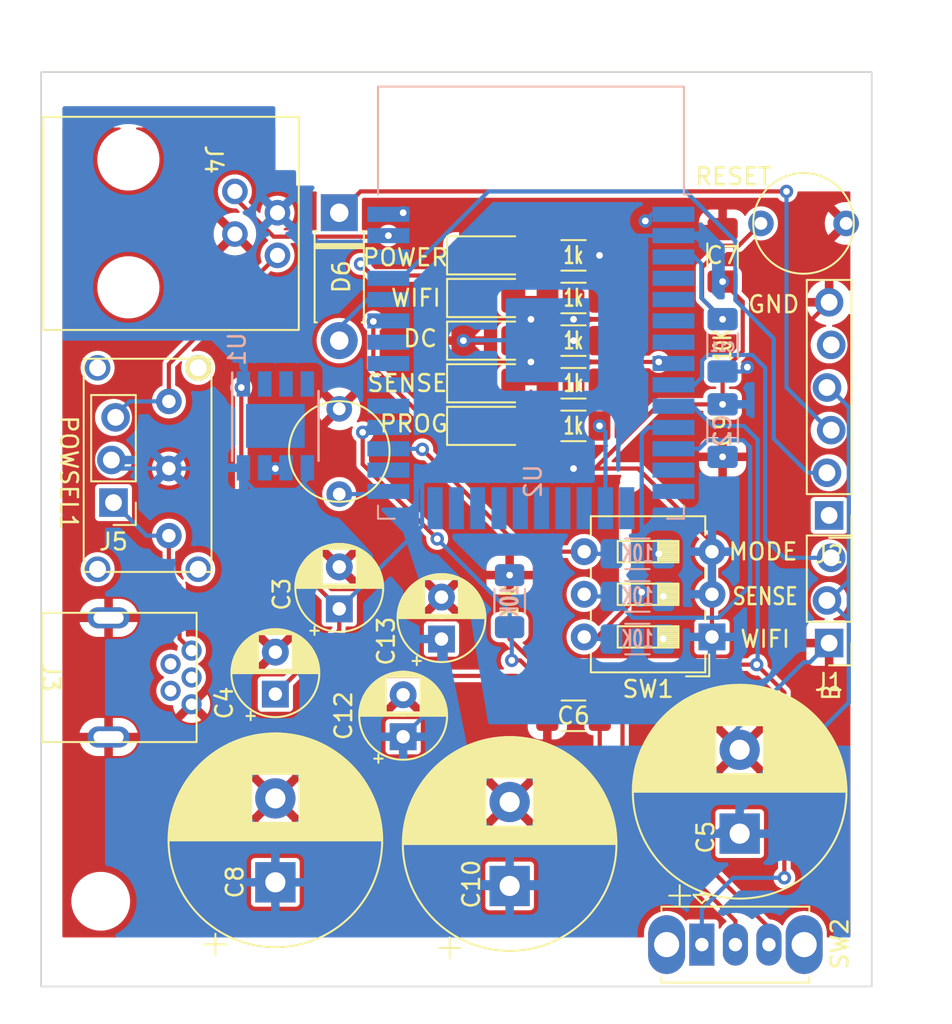
<source format=kicad_pcb>
(kicad_pcb (version 20211014) (generator pcbnew)
  (layers (0 "F.Cu" signal) (31 "B.Cu" signal) (34 "B.Paste" user) (35 "F.Paste" user) (36 "B.SilkS" user "B.Silkscreen") (37 "F.SilkS" user "F.Silkscreen") (38 "B.Mask" user) (39 "F.Mask" user) (44 "Edge.Cuts" user))
  (net 0 "")
  (net 1 "GND")
  (net 2 "Net-(D1-Pad2)")
  (net 3 "Net-(D2-Pad2)")
  (net 4 "Net-(D3-Pad2)")
  (net 5 "Net-(D4-Pad2)")
  (net 6 "Net-(D5-Pad2)")
  (net 7 "/RXD_5V")
  (net 8 "/RXD")
  (net 9 "+3.3V")
  (net 10 "/WIFI_STATUS")
  (net 11 "/DC_STATUS")
  (net 12 "/SENSE_LED")
  (net 13 "/GPIO_13")
  (net 14 "/MAN_ON")
  (net 15 "/MAN_OFF")
  (net 16 "/WIFI_E")
  (net 17 "/SENSE_E")
  (net 18 "/MODE")
  (net 19 "/RESET")
  (net 20 "VCC")
  (net 31 "/GPIO_0")
  (net 39 "/TXD")
  (net 41 "/SERVO")
  (net 44 "Net-(J3-Pad1)")
  (net 48 "/SENSE")
  (net 49 "Net-(J4-Pad4)")
  (footprint "LED_SMD:LED_1206_3216Metric_Pad1.42x1.75mm_HandSolder" (layer "F.Cu") (at 195.58 73.66)
    (fp_text reference "D4" hide)
    (fp_text value "LED")
  )
  (footprint "Resistor_SMD:R_1206_3216Metric_Pad1.30x1.75mm_HandSolder" (layer "F.Cu") (at 200.66 68.58)
    (fp_text reference "R2")
    (fp_text value "1k")
  )
  (footprint "projectLib:EG1224" (layer "F.Cu") (at 176.53 74.74 -90)
    (fp_text reference "POWSEL1")
    (fp_text value "SW_SPDT")
  )
  (footprint "Resistor_SMD:R_1206_3216Metric_Pad1.30x1.75mm_HandSolder" (layer "F.Cu") (at 200.66 66.04)
    (fp_text reference "R1")
    (fp_text value "1k")
  )
  (footprint "Resistor_SMD:R_1206_3216Metric_Pad1.30x1.75mm_HandSolder" (layer "F.Cu") (at 196.85 86.64 90)
    (fp_text reference "R7" hide)
    (fp_text value "10K")
  )
  (footprint "Button_Switch_THT:SW_Slide_1P2T_CK_OS102011MS2Q" (layer "F.Cu") (at 208.312 107.1045)
    (fp_text reference "SW2")
    (fp_text value "SW_SPDT_MSM")
  )
  (footprint "LED_SMD:LED_1206_3216Metric_Pad1.42x1.75mm_HandSolder" (layer "F.Cu") (at 195.58 66.04)
    (fp_text reference "D1" hide)
    (fp_text value "LED")
  )
  (footprint "00_Adams_footprints:PinHeader_1x03_0.1in lock" (layer "F.Cu") (at 215.9 89.139 180)
    (fp_text reference "J1")
    (fp_text value "Conn_01x03_Male")
  )
  (footprint "MountingHole:MountingHole_3mm" (layer "F.Cu") (at 215.9 58.42)
    (fp_text reference "REF**" hide)
    (fp_text value "MountingHole_3mm")
  )
  (footprint "Resistor_SMD:R_1206_3216Metric_Pad1.30x1.75mm_HandSolder" (layer "F.Cu") (at 200.66 71.12)
    (fp_text reference "R3")
    (fp_text value "1k")
  )
  (footprint "Capacitor_THT:CP_Radial_D5.0mm_P2.50mm" (layer "F.Cu") (at 190.5 94.71959 90)
    (fp_text reference "C12")
    (fp_text value "100uf")
  )
  (footprint "projectLib:pb" (layer "F.Cu") (at 186.69 77.724 90)
    (fp_text reference "PROG1" hide)
    (fp_text value "SW_Push")
  )
  (footprint "Capacitor_SMD:C_1206_3216Metric_Pad1.33x1.80mm_HandSolder" (layer "F.Cu") (at 200.66 93.472 180)
    (fp_text reference "C6")
    (fp_text value "0.1uf")
  )
  (footprint "MountingHole:MountingHole_3mm" (layer "F.Cu") (at 172.466 104.521 90)
    (fp_text reference "REF**" hide)
    (fp_text value "MountingHole_3mm")
  )
  (footprint "Capacitor_SMD:C_1206_3216Metric_Pad1.33x1.80mm_HandSolder" (layer "F.Cu") (at 209.55 76.48 -90)
    (fp_text reference "C9")
    (fp_text value "0.1uf")
  )
  (footprint "projectLib:usb" (layer "F.Cu") (at 168.984 91.186 -90)
    (fp_text reference "J3")
    (fp_text value "USB_B_Micro")
  )
  (footprint "Capacitor_THT:CP_Radial_D12.5mm_P5.00mm" (layer "F.Cu") (at 196.85 103.60959 90)
    (fp_text reference "C10")
    (fp_text value "1000uf")
  )
  (footprint "Capacitor_THT:CP_Radial_D5.0mm_P2.50mm" (layer "F.Cu") (at 182.88 92.17959 90)
    (fp_text reference "C4")
    (fp_text value "100uf")
  )
  (footprint "00_Adams_footprints:PinHeader_1x03_0.1in lock" (layer "F.Cu") (at 173.228 80.772 180)
    (fp_text reference "J5")
    (fp_text value "Conn_01x03_Male")
  )
  (footprint "Capacitor_THT:CP_Radial_D12.5mm_P5.00mm" (layer "F.Cu") (at 182.88 103.393549 90)
    (fp_text reference "C8")
    (fp_text value "1000uf")
  )
  (footprint "Resistor_SMD:R_1206_3216Metric_Pad1.30x1.75mm_HandSolder" (layer "F.Cu") (at 209.55 71.4 -90)
    (fp_text reference "R11" hide)
    (fp_text value "10K")
  )
  (footprint "Capacitor_THT:CP_Radial_D5.0mm_P2.50mm" (layer "F.Cu") (at 186.69 87.09959 90)
    (fp_text reference "C3")
    (fp_text value "100uf")
  )
  (footprint "00_Adams_footprints:PinHeader_1x06, .1in Lock" (layer "F.Cu") (at 215.9 81.534 180)
    (fp_text reference "J2")
    (fp_text value "Conn_01x06_Male")
  )
  (footprint "Capacitor_THT:CP_Radial_D5.0mm_P2.50mm" (layer "F.Cu") (at 192.786 88.9 90)
    (fp_text reference "C13")
    (fp_text value "100uf")
  )
  (footprint "LED_SMD:LED_1206_3216Metric_Pad1.42x1.75mm_HandSolder" (layer "F.Cu") (at 195.58 76.2)
    (fp_text reference "D5" hide)
    (fp_text value "LED")
  )
  (footprint "Button_Switch_THT:SW_DIP_SPSTx03_Slide_6.7x9.18mm_W7.62mm_P2.54mm_LowProfile" (layer "F.Cu") (at 208.915 88.773 180)
    (fp_text reference "SW1")
    (fp_text value "SW_DIP_x03")
  )
  (footprint "Capacitor_SMD:C_1206_3216Metric_Pad1.33x1.80mm_HandSolder" (layer "F.Cu") (at 209.55 66.04 90)
    (fp_text reference "C7")
    (fp_text value "0.1uf" hide)
  )
  (footprint "projectLib:pb" (layer "F.Cu") (at 214.376 64.135)
    (fp_text reference "RST1" hide)
    (fp_text value "SW_Push")
  )
  (footprint "Diode_THT:D_DO-41_SOD81_P7.62mm_Horizontal" (layer "F.Cu") (at 186.69 63.5 -90)
    (fp_text reference "D6")
    (fp_text value "D")
  )
  (footprint "Resistor_SMD:R_1206_3216Metric_Pad1.30x1.75mm_HandSolder" (layer "F.Cu") (at 200.66 73.66)
    (fp_text reference "R4")
    (fp_text value "1k")
  )
  (footprint "Capacitor_THT:CP_Radial_D12.5mm_P5.00mm" (layer "F.Cu") (at 210.566 100.494959 90)
    (fp_text reference "C5")
    (fp_text value "1000uf")
  )
  (footprint "LED_SMD:LED_1206_3216Metric_Pad1.42x1.75mm_HandSolder" (layer "F.Cu") (at 195.58 68.58)
    (fp_text reference "D2" hide)
    (fp_text value "LED")
  )
  (footprint "projectLib:modjack" (layer "F.Cu") (at 174.117 60.325 -90)
    (fp_text reference "J4")
    (fp_text value "RJ9")
  )
  (footprint "LED_SMD:LED_1206_3216Metric_Pad1.42x1.75mm_HandSolder" (layer "F.Cu") (at 195.58 71.12)
    (fp_text reference "D3" hide)
    (fp_text value "LED")
  )
  (footprint "Resistor_SMD:R_1206_3216Metric_Pad1.30x1.75mm_HandSolder" (layer "F.Cu") (at 200.66 76.2)
    (fp_text reference "R5")
    (fp_text value "1k")
  )
  (footprint "Resistor_SMD:R_1206_3216Metric_Pad1.30x1.75mm_HandSolder" (layer "B.Cu") (at 196.85 86.64 90)
    (fp_text reference "R6" hide)
    (fp_text value "10K")
  )
  (footprint "Capacitor_SMD:C_1206_3216Metric_Pad1.33x1.80mm_HandSolder" (layer "B.Cu") (at 209.55 71.4 90)
    (fp_text reference "C11")
    (fp_text value "1uf")
  )
  (footprint "Package_SO:Diodes_SO-8EP" (layer "B.Cu") (at 182.88 76.2 -90)
    (fp_text reference "U1")
    (fp_text value "AP2112M-3.3")
  )
  (footprint "00_Adams_footprints:ESP32-WROOM-32" (layer "B.Cu") (at 198.12 71.85 180)
    (fp_text reference "U2")
    (fp_text value "ESP32-WROOM-32D")
  )
  (footprint "Resistor_SMD:R_1206_3216Metric_Pad1.30x1.75mm_HandSolder" (layer "B.Cu") (at 204.47 88.9)
    (fp_text reference "R8")
    (fp_text value "10K")
  )
  (footprint "Resistor_SMD:R_1206_3216Metric_Pad1.30x1.75mm_HandSolder" (layer "B.Cu") (at 204.47 83.82)
    (fp_text reference "R10" hide)
    (fp_text value "10K")
  )
  (footprint "Resistor_SMD:R_1206_3216Metric_Pad1.30x1.75mm_HandSolder" (layer "B.Cu") (at 204.47 86.36)
    (fp_text reference "R9" hide)
    (fp_text value "10K")
  )
  (footprint "Capacitor_SMD:C_1206_3216Metric_Pad1.33x1.80mm_HandSolder" (layer "B.Cu") (at 209.55 76.48 -90)
    (fp_text reference "C2")
    (fp_text value "0.1uf")
  )
  (gr_rect (start 168.91 55.118) (end 218.44 109.601) (layer "Edge.Cuts") (width 0.1) (fill none))
  (gr_text "SENSE" (at 190.754 73.66) (layer "F.SilkS") (effects (font (size 1 1))))
  (gr_text "MODE" (at 211.963 83.693) (layer "F.SilkS") (effects (font (size 1 1))))
  (gr_text "POWER" (at 190.627 66.167) (layer "F.SilkS") (effects (font (size 1 1))))
  (gr_text "B" (at 216.027 92.075 90) (layer "F.SilkS") (effects (font (size 1 1))))
  (gr_text "DC" (at 191.516 70.993) (layer "F.SilkS") (effects (font (size 1 1))))
  (gr_text "PROG" (at 191.135 76.073) (layer "F.SilkS") (effects (font (size 1 1))))
  (gr_text "RESET" (at 210.185 61.341) (layer "F.SilkS") (effects (font (size 1 1))))
  (gr_text "WIFI" (at 212.09 88.9) (layer "F.SilkS") (effects (font (size 1 1))))
  (gr_text "GND" (at 212.598 68.961) (layer "F.SilkS") (effects (font (size 1 1))))
  (gr_text "WIFI" (at 191.262 68.58) (layer "F.SilkS") (effects (font (size 1 1))))
  (gr_text "SENSE" (at 212.09 86.36) (layer "F.SilkS") (effects (font (size 1 0.8128))))
  (segment (start 194.0925 71.12) (end 194.31 71.12) (width 0.25) (layer "F.Cu") (net 1))
  (segment (start 205.715 63.215) (end 204.94 63.99) (width 0.25) (layer "F.Cu") (net 1))
  (segment (start 205.74 86.36) (end 206.02 86.36) (width 0.25) (layer "F.Cu") (net 1))
  (segment (start 194.31 71.12) (end 195.58 69.85) (width 0.25) (layer "F.Cu") (net 1))
  (segment (start 205.74 83.82) (end 205.74 86.36) (width 0.25) (layer "F.Cu") (net 1))
  (segment (start 206.02 86.36) (end 206.02 88.865402) (width 0.25) (layer "F.Cu") (net 1))
  (segment (start 194.31 71.12) (end 195.58 72.39) (width 0.25) (layer "F.Cu") (net 1))
  (segment (start 208.2875 63.215) (end 205.715 63.215) (width 0.25) (layer "F.Cu") (net 1))
  (segment (start 195.58 69.85) (end 198.12 69.85) (width 0.25) (layer "F.Cu") (net 1))
  (segment (start 209.55 64.4775) (end 208.2875 63.215) (width 0.25) (layer "F.Cu") (net 1))
  (segment (start 198.12 69.85) (end 200.66 69.85) (width 0.25) (layer "F.Cu") (net 1))
  (segment (start 206.02 88.865402) (end 206.002701 88.882701) (width 0.25) (layer "F.Cu") (net 1))
  (segment (start 190.5 63.5) (end 193.04 66.04) (width 0.25) (layer "F.Cu") (net 1))
  (segment (start 193.04 66.04) (end 194.0925 66.04) (width 0.25) (layer "F.Cu") (net 1))
  (segment (start 195.58 72.39) (end 198.12 72.39) (width 0.25) (layer "F.Cu") (net 1))
  (segment (start 212.0345 72.6995) (end 215.9 68.834) (width 0.25) (layer "F.Cu") (net 1))
  (segment (start 211.0245 72.6995) (end 212.0345 72.6995) (width 0.25) (layer "F.Cu") (net 1))
  (via (at 198.12 69.85) (size 0.8) (drill 0.4) (layers "F.Cu" "B.Cu") (net 1))
  (via (at 206.002701 88.882701) (size 0.8) (drill 0.4) (layers "F.Cu" "B.Cu") (net 1))
  (via (at 200.66 71.12) (size 0.8) (drill 0.4) (layers "F.Cu" "B.Cu") (net 1))
  (via (at 209.55 78.0425) (size 0.8) (drill 0.4) (layers "F.Cu" "B.Cu") (net 1))
  (via (at 206.02 86.36) (size 0.8) (drill 0.4) (layers "F.Cu" "B.Cu") (net 1))
  (via (at 200.66 69.85) (size 0.8) (drill 0.4) (layers "F.Cu" "B.Cu") (net 1))
  (via (at 198.12 72.39) (size 0.8) (drill 0.4) (layers "F.Cu" "B.Cu") (net 1))
  (via (at 205.74 83.82) (size 0.8) (drill 0.4) (layers "F.Cu" "B.Cu") (net 1))
  (via (at 211.0245 72.6995) (size 0.8) (drill 0.4) (layers "F.Cu" "B.Cu") (net 1))
  (via (at 190.5 63.5) (size 0.8) (drill 0.4) (layers "F.Cu" "B.Cu") (net 1))
  (via (at 182.88 78.74) (size 0.8) (drill 0.4) (layers "F.Cu" "B.Cu") (net 1))
  (via (at 194.0925 71.12) (size 0.8) (drill 0.4) (layers "F.Cu" "B.Cu") (net 1))
  (via (at 204.94 63.99) (size 0.8) (drill 0.4) (layers "F.Cu" "B.Cu") (net 1))
  (via (at 196.85 85.09) (size 0.8) (drill 0.4) (layers "F.Cu" "B.Cu") (net 1))
  (segment (start 194.335 71.095) (end 194.31 71.12) (width 0.25) (layer "B.Cu") (net 1))
  (segment (start 190.405 63.595) (end 190.5 63.5) (width 0.25) (layer "B.Cu") (net 1))
  (segment (start 199.12 71.095) (end 194.335 71.095) (width 0.25) (layer "B.Cu") (net 1))
  (segment (start 210.7615 72.9625) (end 211.0245 72.6995) (width 0.25) (layer "B.Cu") (net 1))
  (segment (start 210.058 94.605959) (end 214.381959 90.282) (width 0.25) (layer "B.Cu") (net 1))
  (segment (start 182.88 78.74) (end 183.4725 78.74) (width 0.25) (layer "B.Cu") (net 1))
  (segment (start 182.88 78.74) (end 182.2875 78.74) (width 0.25) (layer "B.Cu") (net 1))
  (segment (start 206.62 63.595) (end 205.335 63.595) (width 0.25) (layer "B.Cu") (net 1))
  (segment (start 194.31 71.12) (end 194.0925 71.12) (width 0.25) (layer "B.Cu") (net 1))
  (segment (start 209.55 72.9625) (end 210.7615 72.9625) (width 0.25) (layer "B.Cu") (net 1))
  (segment (start 214.757 90.282) (end 215.9 89.139) (width 0.25) (layer "B.Cu") (net 1))
  (segment (start 183.4725 78.74) (end 183.515 78.6975) (width 0.25) (layer "B.Cu") (net 1))
  (segment (start 205.335 63.595) (end 204.94 63.99) (width 0.25) (layer "B.Cu") (net 1))
  (segment (start 182.2875 78.74) (end 182.245 78.6975) (width 0.25) (layer "B.Cu") (net 1))
  (segment (start 206.02 83.82) (end 205.74 83.82) (width 0.25) (layer "B.Cu") (net 1))
  (segment (start 214.381959 90.282) (end 214.757 90.282) (width 0.25) (layer "B.Cu") (net 1))
  (segment (start 189.62 63.595) (end 190.405 63.595) (width 0.25) (layer "B.Cu") (net 1))
  (segment (start 197.0675 66.04) (end 199.11 66.04) (width 0.25) (layer "F.Cu") (net 2))
  (segment (start 197.0675 68.58) (end 199.11 68.58) (width 0.25) (layer "F.Cu") (net 3))
  (segment (start 197.0675 71.12) (end 199.11 71.12) (width 0.25) (layer "F.Cu") (net 4))
  (segment (start 199.11 73.66) (end 197.0675 73.66) (width 0.25) (layer "F.Cu") (net 5))
  (segment (start 199.11 76.2) (end 197.0675 76.2) (width 0.25) (layer "F.Cu") (net 6))
  (segment (start 186.69 63.5) (end 187.96 62.23) (width 0.25) (layer "F.Cu") (net 7))
  (segment (start 187.96 62.23) (end 213.36 62.23) (width 0.25) (layer "F.Cu") (net 7))
  (via (at 213.36 62.23) (size 0.8) (drill 0.4) (layers "F.Cu" "B.Cu") (net 7))
  (segment (start 213.36 62.23) (end 213.36 73.914) (width 0.25) (layer "B.Cu") (net 7))
  (segment (start 213.36 73.914) (end 215.9 76.454) (width 0.25) (layer "B.Cu") (net 7))
  (segment (start 186.69 70.355) (end 186.69 71.12) (width 0.25) (layer "B.Cu") (net 8))
  (segment (start 188.37 68.675) (end 186.69 70.355) (width 0.25) (layer "B.Cu") (net 8))
  (segment (start 189.62 68.675) (end 188.37 68.675) (width 0.25) (layer "B.Cu") (net 8))
  (segment (start 186.34459 91.09459) (end 197.26659 91.09459) (width 0.25) (layer "F.Cu") (net 9))
  (segment (start 209.55 72.95) (end 209.55 74.9175) (width 0.25) (layer "F.Cu") (net 9))
  (segment (start 208.915 83.15) (end 208.915 83.82) (width 0.25) (layer "F.Cu") (net 9))
  (segment (start 201.93 78.74) (end 205.7525 74.9175) (width 0.25) (layer "F.Cu") (net 9))
  (segment (start 186.69 88.36959) (end 185.154795 89.904795) (width 0.25) (layer "F.Cu") (net 9))
  (segment (start 200.66 78.74) (end 201.93 78.74) (width 0.25) (layer "F.Cu") (net 9))
  (segment (start 186.69 87.09959) (end 186.69 88.36959) (width 0.25) (layer "F.Cu") (net 9))
  (segment (start 210.312 105.6925) (end 210.312 106.3425) (width 0.25) (layer "F.Cu") (net 9))
  (segment (start 202.2225 92.71) (end 202.2225 97.603) (width 0.25) (layer "F.Cu") (net 9))
  (segment (start 185.154795 89.904795) (end 182.88 92.17959) (width 0.25) (layer "F.Cu") (net 9))
  (segment (start 210.75 68.8025) (end 210.75 71.75) (width 0.25) (layer "F.Cu") (net 9))
  (segment (start 200.6985 91.948) (end 202.2225 93.472) (width 0.25) (layer "F.Cu") (net 9))
  (segment (start 205.7525 74.9175) (end 209.55 74.9175) (width 0.25) (layer "F.Cu") (net 9))
  (segment (start 200.66 78.74) (end 204.505 78.74) (width 0.25) (layer "F.Cu") (net 9))
  (segment (start 197.26659 91.09459) (end 198.12 91.948) (width 0.25) (layer "F.Cu") (net 9))
  (segment (start 180.848 73.914) (end 180.848 81.25759) (width 0.25) (layer "F.Cu") (net 9))
  (segment (start 204.505 78.74) (end 208.915 83.15) (width 0.25) (layer "F.Cu") (net 9))
  (segment (start 186.34459 91.09459) (end 185.154795 89.904795) (width 0.25) (layer "F.Cu") (net 9))
  (segment (start 208.915 83.82) (end 208.915 86.36) (width 0.25) (layer "F.Cu") (net 9))
  (segment (start 209.55 67.6025) (end 210.75 68.8025) (width 0.25) (layer "F.Cu") (net 9))
  (segment (start 208.915 86.36) (end 208.915 88.9) (width 0.25) (layer "F.Cu") (net 9))
  (segment (start 210.75 71.75) (end 209.55 72.95) (width 0.25) (layer "F.Cu") (net 9))
  (segment (start 198.12 91.948) (end 200.6985 91.948) (width 0.25) (layer "F.Cu") (net 9))
  (segment (start 202.2225 97.603) (end 210.312 105.6925) (width 0.25) (layer "F.Cu") (net 9))
  (segment (start 180.848 81.25759) (end 186.69 87.09959) (width 0.25) (layer "F.Cu") (net 9))
  (via (at 200.66 78.74) (size 0.8) (drill 0.4) (layers "F.Cu" "B.Cu") (net 9))
  (via (at 209.55 67.6025) (size 0.8) (drill 0.4) (layers "F.Cu" "B.Cu") (net 9))
  (via (at 209.55 74.9175) (size 0.8) (drill 0.4) (layers "F.Cu" "B.Cu") (net 9))
  (via (at 180.848 73.914) (size 0.8) (drill 0.4) (layers "F.Cu" "B.Cu") (net 9))
  (via (at 202.21 66.04) (size 0.8) (drill 0.4) (layers "F.Cu" "B.Cu") (net 9))
  (segment (start 191.77 78.74) (end 200.66 78.74) (width 0.25) (layer "B.Cu") (net 9))
  (segment (start 206.62 64.865) (end 203.105 64.865) (width 0.25) (layer "B.Cu") (net 9))
  (segment (start 180.975 73.787) (end 180.848 73.914) (width 0.25) (layer "B.Cu") (net 9))
  (segment (start 191.63 78.88) (end 191.77 78.74) (width 0.25) (layer "B.Cu") (net 9))
  (segment (start 206.62 64.865) (end 207.87 64.865) (width 0.25) (layer "B.Cu") (net 9))
  (segment (start 191.63 82.15959) (end 191.63 78.88) (width 0.25) (layer "B.Cu") (net 9))
  (segment (start 180.975 73.7025) (end 180.975 73.787) (width 0.25) (layer "B.Cu") (net 9))
  (segment (start 203.105 64.865) (end 201.93 66.04) (width 0.25) (layer "B.Cu") (net 9))
  (segment (start 207.87 64.865) (end 209.55 66.545) (width 0.25) (layer "B.Cu") (net 9))
  (segment (start 209.55 66.545) (end 209.55 67.6025) (width 0.25) (layer "B.Cu") (net 9))
  (segment (start 201.93 66.04) (end 202.21 66.04) (width 0.25) (layer "B.Cu") (net 9))
  (segment (start 186.69 87.09959) (end 191.63 82.15959) (width 0.25) (layer "B.Cu") (net 9))
  (segment (start 187.96 66.548) (end 188.652 67.24) (width 0.25) (layer "F.Cu") (net 10))
  (segment (start 188.652 67.24) (end 200.87 67.24) (width 0.25) (layer "F.Cu") (net 10))
  (segment (start 200.87 67.24) (end 202.21 68.58) (width 0.25) (layer "F.Cu") (net 10))
  (via (at 187.96 66.548) (size 0.8) (drill 0.4) (layers "F.Cu" "B.Cu") (net 10))
  (segment (start 189.62 66.135) (end 188.373 66.135) (width 0.25) (layer "B.Cu") (net 10))
  (segment (start 188.087 66.421) (end 187.96 66.548) (width 0.25) (layer "B.Cu") (net 10))
  (segment (start 188.373 66.135) (end 188.087 66.421) (width 0.25) (layer "B.Cu") (net 10))
  (segment (start 188.722 69.977) (end 188.722 72.730172) (width 0.25) (layer "F.Cu") (net 11))
  (segment (start 200.787 72.543) (end 202.21 71.12) (width 0.25) (layer "F.Cu") (net 11))
  (segment (start 200.787 76.708) (end 200.787 72.543) (width 0.25) (layer "F.Cu") (net 11))
  (segment (start 188.722 72.730172) (end 193.588828 77.597) (width 0.25) (layer "F.Cu") (net 11))
  (segment (start 199.898 77.597) (end 200.787 76.708) (width 0.25) (layer "F.Cu") (net 11))
  (segment (start 193.588828 77.597) (end 199.898 77.597) (width 0.25) (layer "F.Cu") (net 11))
  (via (at 188.722 69.977) (size 0.8) (drill 0.4) (layers "F.Cu" "B.Cu") (net 11))
  (segment (start 189.62 69.945) (end 188.754 69.945) (width 0.25) (layer "B.Cu") (net 11))
  (segment (start 188.754 69.945) (end 188.722 69.977) (width 0.25) (layer "B.Cu") (net 11))
  (segment (start 203.2 72.39) (end 202.21 73.38) (width 0.25) (layer "F.Cu") (net 12))
  (segment (start 202.21 73.38) (end 202.21 73.66) (width 0.25) (layer "F.Cu") (net 12))
  (segment (start 205.74 72.39) (end 203.2 72.39) (width 0.25) (layer "F.Cu") (net 12))
  (via (at 205.74 72.39) (size 0.8) (drill 0.4) (layers "F.Cu" "B.Cu") (net 12))
  (segment (start 205.835 72.485) (end 205.74 72.39) (width 0.25) (layer "B.Cu") (net 12))
  (segment (start 206.62 72.485) (end 205.835 72.485) (width 0.25) (layer "B.Cu") (net 12))
  (via (at 202.21 76.2) (size 0.8) (drill 0.4) (layers "F.Cu" "B.Cu") (net 13))
  (segment (start 202.565 81.105) (end 202.565 76.555) (width 0.25) (layer "B.Cu") (net 13))
  (segment (start 202.565 76.555) (end 202.21 76.2) (width 0.25) (layer "B.Cu") (net 13))
  (segment (start 188.087 78.486) (end 192.532 82.931) (width 0.25) (layer "F.Cu") (net 14))
  (segment (start 212.312 106.5965) (end 212.312 106.0965) (width 0.25) (layer "F.Cu") (net 14))
  (segment (start 203.581 92.71) (end 202.184 91.313) (width 0.25) (layer "F.Cu") (net 14))
  (segment (start 198.626604 91.313) (end 197.483604 90.17) (width 0.25) (layer "F.Cu") (net 14))
  (segment (start 203.581 97.3655) (end 203.581 92.71) (width 0.25) (layer "F.Cu") (net 14))
  (segment (start 202.184 91.313) (end 198.626604 91.313) (width 0.25) (layer "F.Cu") (net 14))
  (segment (start 197.483604 90.17) (end 196.977 90.17) (width 0.25) (layer "F.Cu") (net 14))
  (segment (start 188.087 76.581) (end 188.087 78.486) (width 0.25) (layer "F.Cu") (net 14))
  (segment (start 212.312 106.0965) (end 203.581 97.3655) (width 0.25) (layer "F.Cu") (net 14))
  (segment (start 212.312 106.3425) (end 212.312 107.347) (width 0.25) (layer "F.Cu") (net 14))
  (via (at 192.532 82.931) (size 0.8) (drill 0.4) (layers "F.Cu" "B.Cu") (net 14))
  (via (at 196.977 90.17) (size 0.8) (drill 0.4) (layers "F.Cu" "B.Cu") (net 14))
  (via (at 188.087 76.581) (size 0.8) (drill 0.4) (layers "F.Cu" "B.Cu") (net 14))
  (segment (start 188.373 76.295) (end 188.087 76.581) (width 0.25) (layer "B.Cu") (net 14))
  (segment (start 196.85 87.249) (end 196.85 88.19) (width 0.25) (layer "B.Cu") (net 14))
  (segment (start 192.532 82.931) (end 196.85 87.249) (width 0.25) (layer "B.Cu") (net 14))
  (segment (start 189.62 76.295) (end 188.373 76.295) (width 0.25) (layer "B.Cu") (net 14))
  (segment (start 196.977 88.317) (end 196.85 88.19) (width 0.25) (layer "B.Cu") (net 14))
  (segment (start 196.977 90.17) (end 196.977 88.317) (width 0.25) (layer "B.Cu") (net 14))
  (segment (start 198.374 90.424) (end 211.582 90.424) (width 0.25) (layer "F.Cu") (net 15))
  (segment (start 211.582 90.424) (end 213.233 92.075) (width 0.25) (layer "F.Cu") (net 15))
  (segment (start 196.85 88.19) (end 196.85 88.9) (width 0.25) (layer "F.Cu") (net 15))
  (segment (start 213.233 92.075) (end 213.233 103.124) (width 0.25) (layer "F.Cu") (net 15))
  (segment (start 196.85 88.9) (end 198.374 90.424) (width 0.25) (layer "F.Cu") (net 15))
  (via (at 213.233 103.124) (size 0.8) (drill 0.4) (layers "F.Cu" "B.Cu") (net 15))
  (via (at 211.582 90.424) (size 0.8) (drill 0.4) (layers "F.Cu" "B.Cu") (net 15))
  (segment (start 210.82 76.2) (end 211.64 77.02) (width 0.25) (layer "B.Cu") (net 15))
  (segment (start 213.233 103.124) (end 210.185 103.124) (width 0.25) (layer "B.Cu") (net 15))
  (segment (start 208.312 104.997) (end 208.312 106.3425) (width 0.25) (layer "B.Cu") (net 15))
  (segment (start 211.64 90.366) (end 211.582 90.424) (width 0.25) (layer "B.Cu") (net 15))
  (segment (start 208.956827 76.2) (end 210.82 76.2) (width 0.25) (layer "B.Cu") (net 15))
  (segment (start 211.64 77.02) (end 211.64 90.366) (width 0.25) (layer "B.Cu") (net 15))
  (segment (start 206.62 75.025) (end 207.781827 75.025) (width 0.25) (layer "B.Cu") (net 15))
  (segment (start 207.781827 75.025) (end 208.956827 76.2) (width 0.25) (layer "B.Cu") (net 15))
  (segment (start 210.185 103.124) (end 208.312 104.997) (width 0.25) (layer "B.Cu") (net 15))
  (segment (start 203.745 87.085) (end 204.724 86.106) (width 0.25) (layer "F.Cu") (net 16))
  (segment (start 203.745 87.09) (end 201.95 88.885) (width 0.25) (layer "F.Cu") (net 16))
  (segment (start 203.745 87.09) (end 203.745 87.085) (width 0.25) (layer "F.Cu") (net 16))
  (via (at 204.724 86.106) (size 0.8) (drill 0.4) (layers "F.Cu" "B.Cu") (net 16))
  (segment (start 204.724 76.691) (end 204.724 86.106) (width 0.25) (layer "B.Cu") (net 16))
  (segment (start 202.92 88.9) (end 201.295 88.9) (width 0.25) (layer "B.Cu") (net 16))
  (segment (start 205.12 76.295) (end 204.724 76.691) (width 0.25) (layer "B.Cu") (net 16))
  (segment (start 206.62 76.295) (end 205.12 76.295) (width 0.25) (layer "B.Cu") (net 16))
  (segment (start 211.19 77.47) (end 210.775 77.055) (width 0.25) (layer "B.Cu") (net 17))
  (segment (start 208.151827 77.565) (end 206.62 77.565) (width 0.25) (layer "B.Cu") (net 17))
  (segment (start 202.92 86.36) (end 204.19 87.63) (width 0.25) (layer "B.Cu") (net 17))
  (segment (start 211.19 85.736) (end 211.19 77.47) (width 0.25) (layer "B.Cu") (net 17))
  (segment (start 204.19 87.63) (end 209.296 87.63) (width 0.25) (layer "B.Cu") (net 17))
  (segment (start 202.92 86.36) (end 201.295 86.36) (width 0.25) (layer "B.Cu") (net 17))
  (segment (start 210.775 77.055) (end 208.661827 77.055) (width 0.25) (layer "B.Cu") (net 17))
  (segment (start 208.661827 77.055) (end 208.151827 77.565) (width 0.25) (layer "B.Cu") (net 17))
  (segment (start 209.296 87.63) (end 211.19 85.736) (width 0.25) (layer "B.Cu") (net 17))
  (segment (start 201.295 83.693) (end 197.739 83.693) (width 0.25) (layer "F.Cu") (net 18))
  (segment (start 197.739 83.693) (end 191.643 77.597) (width 0.25) (layer "F.Cu") (net 18))
  (via (at 191.643 77.597) (size 0.8) (drill 0.4) (layers "F.Cu" "B.Cu") (net 18))
  (segment (start 191.611 77.565) (end 191.643 77.597) (width 0.25) (layer "B.Cu") (net 18))
  (segment (start 189.62 77.565) (end 191.611 77.565) (width 0.25) (layer "B.Cu") (net 18))
  (segment (start 202.92 83.82) (end 201.295 83.82) (width 0.25) (layer "B.Cu") (net 18))
  (segment (start 208.325 66.757) (end 209.617 65.465) (width 0.25) (layer "F.Cu") (net 19))
  (segment (start 209.617 65.465) (end 210.506 65.465) (width 0.25) (layer "F.Cu") (net 19))
  (segment (start 210.506 65.465) (end 211.836 64.135) (width 0.25) (layer "F.Cu") (net 19))
  (segment (start 209.55 69.85) (end 208.325 68.625) (width 0.25) (layer "F.Cu") (net 19))
  (segment (start 208.325 68.625) (end 208.325 66.757) (width 0.25) (layer "F.Cu") (net 19))
  (via (at 209.55 69.85) (size 0.8) (drill 0.4) (layers "F.Cu" "B.Cu") (net 19))
  (segment (start 208.28 68.5675) (end 209.55 69.8375) (width 0.25) (layer "B.Cu") (net 19))
  (segment (start 206.62 66.135) (end 207.87 66.135) (width 0.25) (layer "B.Cu") (net 19))
  (segment (start 208.28 66.545) (end 208.28 68.5675) (width 0.25) (layer "B.Cu") (net 19))
  (segment (start 209.55 69.8375) (end 209.55 69.85) (width 0.25) (layer "B.Cu") (net 19))
  (segment (start 207.87 66.135) (end 208.28 66.545) (width 0.25) (layer "B.Cu") (net 19))
  (segment (start 190.5 94.71959) (end 190.5 102.87) (width 0.25) (layer "B.Cu") (net 20))
  (segment (start 217.075 87.774) (end 215.9 86.599) (width 0.25) (layer "B.Cu") (net 20))
  (segment (start 215.9 86.599) (end 217.075 85.424) (width 0.25) (layer "B.Cu") (net 20))
  (segment (start 182.88 103.393549) (end 189.753549 103.393549) (width 0.25) (layer "B.Cu") (net 20))
  (segment (start 196.633959 103.393549) (end 196.85 103.60959) (width 0.25) (layer "B.Cu") (net 20))
  (segment (start 196.85 103.60959) (end 197.066041 103.393549) (width 0.25) (layer "B.Cu") (net 20))
  (segment (start 210.147041 99.605959) (end 217.075 92.678) (width 0.25) (layer "B.Cu") (net 20))
  (segment (start 206.27041 103.393549) (end 210.058 99.605959) (width 0.25) (layer "B.Cu") (net 20))
  (segment (start 217.075 75.089) (end 215.9 73.914) (width 0.25) (layer "B.Cu") (net 20))
  (segment (start 217.075 85.424) (end 217.075 85.376) (width 0.25) (layer "B.Cu") (net 20))
  (segment (start 189.976451 103.393549) (end 189.753549 103.393549) (width 0.25) (layer "B.Cu") (net 20))
  (segment (start 190.5 102.87) (end 189.976451 103.393549) (width 0.25) (layer "B.Cu") (net 20))
  (segment (start 197.066041 103.393549) (end 206.27041 103.393549) (width 0.25) (layer "B.Cu") (net 20))
  (segment (start 180.975 78.6975) (end 180.975 79.375) (width 0.25) (layer "B.Cu") (net 20))
  (segment (start 189.753549 103.393549) (end 191.023549 103.393549) (width 0.25) (layer "B.Cu") (net 20))
  (segment (start 176.53 78.74) (end 173.736 78.74) (width 0.25) (layer "B.Cu") (net 20))
  (segment (start 180.9325 78.74) (end 180.975 78.6975) (width 0.25) (layer "B.Cu") (net 20))
  (segment (start 180.975 79.375) (end 181.61 80.01) (width 0.25) (layer "B.Cu") (net 20))
  (segment (start 191.023549 103.393549) (end 196.633959 103.393549) (width 0.25) (layer "B.Cu") (net 20))
  (segment (start 210.058 99.605959) (end 210.147041 99.605959) (width 0.25) (layer "B.Cu") (net 20))
  (segment (start 190.5 102.87) (end 191.023549 103.393549) (width 0.25) (layer "B.Cu") (net 20))
  (segment (start 193.04 92.17959) (end 190.5 94.71959) (width 0.25) (layer "B.Cu") (net 20))
  (segment (start 193.04 88.9) (end 193.04 92.17959) (width 0.25) (layer "B.Cu") (net 20))
  (segment (start 181.61 80.01) (end 184.15 80.01) (width 0.25) (layer "B.Cu") (net 20))
  (segment (start 176.53 78.74) (end 180.9325 78.74) (width 0.25) (layer "B.Cu") (net 20))
  (segment (start 184.785 79.375) (end 184.785 78.6975) (width 0.25) (layer "B.Cu") (net 20))
  (segment (start 173.736 78.74) (end 173.228 78.232) (width 0.25) (layer "B.Cu") (net 20))
  (segment (start 184.15 80.01) (end 184.785 79.375) (width 0.25) (layer "B.Cu") (net 20))
  (segment (start 217.075 85.376) (end 217.075 75.089) (width 0.25) (layer "B.Cu") (net 20))
  (segment (start 217.075 85.376) (end 217.075 87.774) (width 0.25) (layer "B.Cu") (net 20))
  (segment (start 217.075 92.678) (end 217.075 87.774) (width 0.25) (layer "B.Cu") (net 20))
  (segment (start 189.62 80.105) (end 189.325 80.105) (width 0.25) (layer "B.Cu") (net 31))
  (segment (start 186.69 80.264) (end 189.461 80.264) (width 0.25) (layer "B.Cu") (net 31))
  (segment (start 189.461 80.264) (end 189.62 80.105) (width 0.25) (layer "B.Cu") (net 31))
  (segment (start 214.63 78.994) (end 215.9 78.994) (width 0.25) (layer "B.Cu") (net 39))
  (segment (start 190.405 67.405) (end 195.58 62.23) (width 0.25) (layer "B.Cu") (net 39))
  (segment (start 195.58 62.23) (end 207.355 62.23) (width 0.25) (layer "B.Cu") (net 39))
  (segment (start 207.355 62.23) (end 210.312 65.187) (width 0.25) (layer "B.Cu") (net 39))
  (segment (start 210.312 65.187) (end 210.312 68.707) (width 0.25) (layer "B.Cu") (net 39))
  (segment (start 189.62 67.405) (end 190.405 67.405) (width 0.25) (layer "B.Cu") (net 39))
  (segment (start 210.312 68.707) (end 212.598 70.993) (width 0.25) (layer "B.Cu") (net 39))
  (segment (start 212.598 70.993) (end 212.598 76.962) (width 0.25) (layer "B.Cu") (net 39))
  (segment (start 212.598 76.962) (end 214.63 78.994) (width 0.25) (layer "B.Cu") (net 39))
  (segment (start 212.09 72.739695) (end 212.09 82.931) (width 0.25) (layer "B.Cu") (net 41))
  (segment (start 208.325 73.3) (end 208.325 72.311827) (width 0.25) (layer "B.Cu") (net 41))
  (segment (start 213.218 84.059) (end 212.09 82.931) (width 0.25) (layer "B.Cu") (net 41))
  (segment (start 208.662327 71.9745) (end 211.324805 71.9745) (width 0.25) (layer "B.Cu") (net 41))
  (segment (start 211.324805 71.9745) (end 212.09 72.739695) (width 0.25) (layer "B.Cu") (net 41))
  (segment (start 207.87 73.755) (end 208.325 73.3) (width 0.25) (layer "B.Cu") (net 41))
  (segment (start 206.62 73.755) (end 207.87 73.755) (width 0.25) (layer "B.Cu") (net 41))
  (segment (start 208.325 72.311827) (end 208.662327 71.9745) (width 0.25) (layer "B.Cu") (net 41))
  (segment (start 215.9 84.059) (end 213.218 84.059) (width 0.25) (layer "B.Cu") (net 41))
  (segment (start 177.884 89.586) (end 177.165 88.867) (width 0.25) (layer "F.Cu") (net 44))
  (segment (start 177.165 88.867) (end 177.165 85.725) (width 0.25) (layer "F.Cu") (net 44))
  (segment (start 177.165 85.725) (end 176.53 85.09) (width 0.25) (layer "F.Cu") (net 44))
  (segment (start 176.53 85.09) (end 176.53 82.74) (width 0.25) (layer "F.Cu") (net 44))
  (segment (start 175.196 82.74) (end 173.228 80.772) (width 0.25) (layer "B.Cu") (net 44))
  (segment (start 176.53 82.74) (end 175.196 82.74) (width 0.25) (layer "B.Cu") (net 44))
  (segment (start 182.781 64.925) (end 180.467 62.611) (width 0.25) (layer "F.Cu") (net 48))
  (segment (start 189.56 64.925) (end 182.781 64.925) (width 0.25) (layer "F.Cu") (net 48))
  (segment (start 189.62 64.865) (end 189.56 64.925) (width 0.25) (layer "F.Cu") (net 48))
  (segment (start 180.467 62.611) (end 180.467 62.23) (width 0.25) (layer "F.Cu") (net 48))
  (via (at 189.62 64.865) (size 0.8) (drill 0.4) (layers "F.Cu" "B.Cu") (net 48))
  (segment (start 176.53 74.74) (end 176.53 72.517) (width 0.25) (layer "F.Cu") (net 49))
  (segment (start 176.53 72.517) (end 183.007 66.04) (width 0.25) (layer "F.Cu") (net 49))
  (segment (start 174.18 74.74) (end 173.228 75.692) (width 0.25) (layer "B.Cu") (net 49))
  (segment (start 176.53 74.74) (end 174.18 74.74) (width 0.25) (layer "B.Cu") (net 49))
  (zone (net 1) (net_name "GND") (layer "F.Cu") (connect_pads (clearance 0.25)) (min_thickness 0.125) (fill yes (thermal_gap 0.508) (thermal_bridge_width 0.508))
    (polygon (pts (xy 182.88 62.23) (xy 217.17 62.23) (xy 217.17 106.68) (xy 170.18 106.68) (xy 170.18 58.42) (xy 182.88 58.42)))
  )
  (zone (net 20) (net_name "VCC") (layer "B.Cu") (connect_pads (clearance 0.635)) (min_thickness 0.254) (fill yes (thermal_gap 0.508) (thermal_bridge_width 0.508))
    (polygon (pts (xy 188.214 83.312) (xy 190.5 85.979) (xy 190.5 87.63) (xy 193.04 88.9) (xy 194.31 95.25) (xy 217.17 95.25) (xy 217.17 106.68) (xy 172.72 106.68) (xy 172.72 73.66) (xy 179.07 73.66)))
  )
  (zone (net 9) (net_name "+3.3V") (layer "B.Cu") (connect_pads (clearance 0.508)) (min_thickness 0.254) (fill yes (thermal_gap 0.508) (thermal_bridge_width 0.508))
    (polygon (pts (xy 182.88 60.96) (xy 217.17 60.96) (xy 217.17 93.98) (xy 195.58 93.98) (xy 194.31 86.36) (xy 191.77 86.36) (xy 190.5 82.55) (xy 179.07 71.12) (xy 170.18 71.12) (xy 170.18 57.15) (xy 182.88 57.15)))
  )
)
</source>
